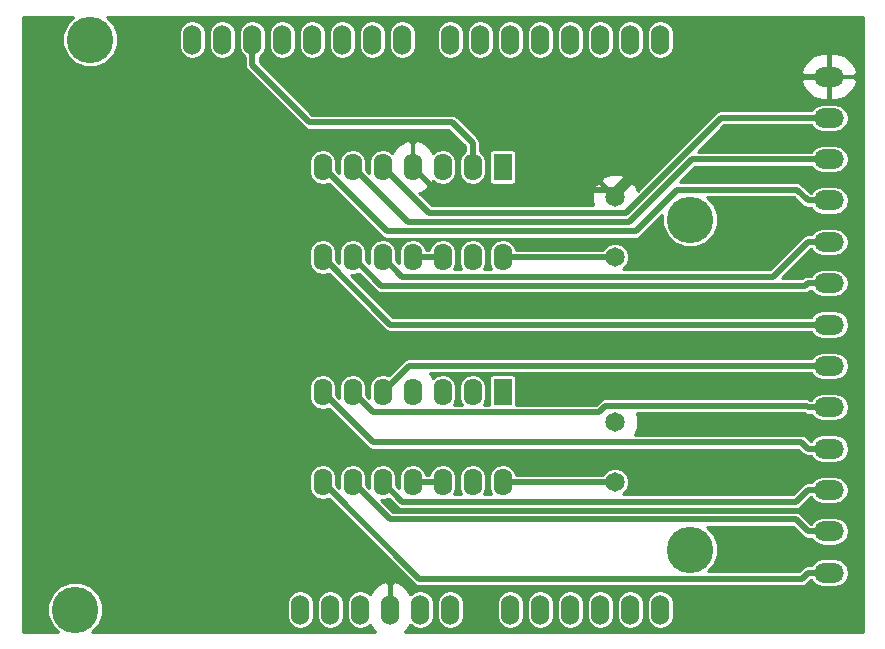
<source format=gtl>
G04 (created by PCBNEW (2013-mar-13)-testing) date Sat 24 Aug 2013 07:59:04 PM PDT*
%MOIN*%
G04 Gerber Fmt 3.4, Leading zero omitted, Abs format*
%FSLAX34Y34*%
G01*
G70*
G90*
G04 APERTURE LIST*
%ADD10C,0.005906*%
%ADD11O,0.060000X0.100000*%
%ADD12C,0.155000*%
%ADD13R,0.062000X0.090000*%
%ADD14O,0.062000X0.090000*%
%ADD15C,0.065000*%
%ADD16O,0.100000X0.065000*%
%ADD17C,0.020000*%
%ADD18C,0.010000*%
G04 APERTURE END LIST*
G54D10*
G54D11*
X31500Y-29000D03*
X30500Y-29000D03*
X29500Y-29000D03*
X26500Y-29000D03*
X27500Y-29000D03*
X28500Y-29000D03*
X24500Y-29000D03*
X23500Y-29000D03*
X22500Y-29000D03*
X20500Y-29000D03*
X19500Y-29000D03*
X31500Y-10000D03*
X30500Y-10000D03*
X29500Y-10000D03*
X28500Y-10000D03*
X27500Y-10000D03*
X26500Y-10000D03*
X25500Y-10000D03*
X24500Y-10000D03*
X22900Y-10000D03*
X21900Y-10000D03*
X20900Y-10000D03*
X19900Y-10000D03*
X18900Y-10000D03*
X17900Y-10000D03*
X16900Y-10000D03*
X15900Y-10000D03*
X21500Y-29000D03*
G54D12*
X32500Y-27000D03*
X32500Y-16000D03*
X12500Y-10000D03*
X12000Y-29000D03*
G54D13*
X26250Y-21750D03*
G54D14*
X25250Y-21750D03*
X24250Y-21750D03*
X23250Y-21750D03*
X22250Y-21750D03*
X21250Y-21750D03*
X20250Y-21750D03*
X20250Y-24750D03*
X21250Y-24750D03*
X22250Y-24750D03*
X23250Y-24750D03*
X24250Y-24750D03*
X25250Y-24750D03*
X26250Y-24750D03*
G54D13*
X26250Y-14250D03*
G54D14*
X25250Y-14250D03*
X24250Y-14250D03*
X23250Y-14250D03*
X22250Y-14250D03*
X21250Y-14250D03*
X20250Y-14250D03*
X20250Y-17250D03*
X21250Y-17250D03*
X22250Y-17250D03*
X23250Y-17250D03*
X24250Y-17250D03*
X25250Y-17250D03*
X26250Y-17250D03*
G54D15*
X30000Y-24750D03*
X30000Y-22750D03*
X30000Y-17250D03*
X30000Y-15250D03*
G54D16*
X37126Y-27769D03*
X37125Y-26392D03*
X37124Y-25011D03*
X37125Y-23634D03*
X37125Y-22256D03*
X37125Y-20880D03*
X37125Y-19501D03*
X37124Y-18123D03*
X37124Y-16745D03*
X37124Y-15365D03*
X37123Y-12611D03*
X37124Y-13989D03*
X37124Y-11233D03*
G54D17*
X26250Y-24750D02*
X30000Y-24750D01*
X26250Y-17250D02*
X30000Y-17250D01*
X24250Y-17250D02*
X23250Y-17250D01*
X24250Y-24750D02*
X23250Y-24750D01*
X23476Y-27976D02*
X20250Y-24750D01*
X36218Y-27976D02*
X23476Y-27976D01*
X36425Y-27769D02*
X36218Y-27976D01*
X37125Y-27769D02*
X36425Y-27769D01*
X22903Y-25403D02*
X22250Y-24750D01*
X36031Y-25403D02*
X22903Y-25403D01*
X36423Y-25010D02*
X36031Y-25403D01*
X37124Y-25010D02*
X36423Y-25010D01*
X37125Y-26392D02*
X36424Y-26392D01*
X36024Y-25991D02*
X36424Y-26392D01*
X22491Y-25991D02*
X36024Y-25991D01*
X21250Y-24750D02*
X22491Y-25991D01*
X21916Y-23416D02*
X20250Y-21750D01*
X36207Y-23416D02*
X21916Y-23416D01*
X36424Y-23634D02*
X36207Y-23416D01*
X37125Y-23634D02*
X36424Y-23634D01*
X23120Y-20880D02*
X22250Y-21750D01*
X37125Y-20880D02*
X23120Y-20880D01*
X21917Y-22417D02*
X21250Y-21750D01*
X29457Y-22417D02*
X21917Y-22417D01*
X29660Y-22214D02*
X29457Y-22417D01*
X36383Y-22214D02*
X29660Y-22214D01*
X36424Y-22255D02*
X36383Y-22214D01*
X37125Y-22255D02*
X36424Y-22255D01*
X22500Y-19500D02*
X20250Y-17250D01*
X37125Y-19500D02*
X22500Y-19500D01*
X37124Y-16745D02*
X36423Y-16745D01*
X22910Y-17910D02*
X22250Y-17250D01*
X35258Y-17910D02*
X22910Y-17910D01*
X36423Y-16745D02*
X35258Y-17910D01*
X22210Y-18210D02*
X21250Y-17250D01*
X36336Y-18210D02*
X22210Y-18210D01*
X36423Y-18122D02*
X36336Y-18210D01*
X37124Y-18122D02*
X36423Y-18122D01*
X22385Y-16385D02*
X20250Y-14250D01*
X30694Y-16385D02*
X22385Y-16385D01*
X32071Y-15008D02*
X30694Y-16385D01*
X36067Y-15008D02*
X32071Y-15008D01*
X36423Y-15365D02*
X36067Y-15008D01*
X37124Y-15365D02*
X36423Y-15365D01*
X23781Y-15781D02*
X22250Y-14250D01*
X30352Y-15781D02*
X23781Y-15781D01*
X33523Y-12610D02*
X30352Y-15781D01*
X37122Y-12610D02*
X33523Y-12610D01*
X32569Y-13989D02*
X37124Y-13989D01*
X30477Y-16081D02*
X32569Y-13989D01*
X23081Y-16081D02*
X30477Y-16081D01*
X21250Y-14250D02*
X23081Y-16081D01*
X17900Y-10000D02*
X17900Y-10850D01*
X25250Y-13450D02*
X25250Y-14250D01*
X24550Y-12750D02*
X25250Y-13450D01*
X19800Y-12750D02*
X24550Y-12750D01*
X17900Y-10850D02*
X19800Y-12750D01*
X30000Y-15000D02*
X30000Y-15250D01*
X33767Y-11232D02*
X30000Y-15000D01*
X37124Y-11232D02*
X33767Y-11232D01*
X24000Y-15000D02*
X23250Y-14250D01*
X30000Y-15000D02*
X24000Y-15000D01*
G54D10*
G36*
X23282Y-21775D02*
X23275Y-21775D01*
X23275Y-21782D01*
X23225Y-21782D01*
X23225Y-21775D01*
X23217Y-21775D01*
X23217Y-21725D01*
X23225Y-21725D01*
X23225Y-21717D01*
X23275Y-21717D01*
X23275Y-21725D01*
X23282Y-21725D01*
X23282Y-21775D01*
X23282Y-21775D01*
G37*
G54D18*
X23282Y-21775D02*
X23275Y-21775D01*
X23275Y-21782D01*
X23225Y-21782D01*
X23225Y-21775D01*
X23217Y-21775D01*
X23217Y-21725D01*
X23225Y-21725D01*
X23225Y-21717D01*
X23275Y-21717D01*
X23275Y-21725D01*
X23282Y-21725D01*
X23282Y-21775D01*
G54D10*
G36*
X30040Y-22755D02*
X30005Y-22790D01*
X30000Y-22785D01*
X29994Y-22790D01*
X29959Y-22755D01*
X29964Y-22750D01*
X29959Y-22744D01*
X29994Y-22709D01*
X30000Y-22714D01*
X30005Y-22709D01*
X30040Y-22744D01*
X30035Y-22750D01*
X30040Y-22755D01*
X30040Y-22755D01*
G37*
G54D18*
X30040Y-22755D02*
X30005Y-22790D01*
X30000Y-22785D01*
X29994Y-22790D01*
X29959Y-22755D01*
X29964Y-22750D01*
X29959Y-22744D01*
X29994Y-22709D01*
X30000Y-22714D01*
X30005Y-22709D01*
X30040Y-22744D01*
X30035Y-22750D01*
X30040Y-22755D01*
G54D10*
G36*
X38250Y-29750D02*
X38060Y-29750D01*
X38060Y-11378D01*
X38060Y-11087D01*
X38024Y-10959D01*
X37864Y-10702D01*
X37618Y-10526D01*
X37324Y-10458D01*
X37149Y-10458D01*
X37149Y-11208D01*
X37961Y-11208D01*
X38060Y-11087D01*
X38060Y-11378D01*
X37961Y-11258D01*
X37149Y-11258D01*
X37149Y-12008D01*
X37324Y-12008D01*
X37618Y-11939D01*
X37864Y-11763D01*
X38024Y-11506D01*
X38060Y-11378D01*
X38060Y-29750D01*
X37788Y-29750D01*
X37788Y-27769D01*
X37752Y-27587D01*
X37649Y-27433D01*
X37495Y-27330D01*
X37313Y-27294D01*
X36938Y-27294D01*
X36756Y-27330D01*
X36602Y-27433D01*
X36544Y-27519D01*
X36425Y-27519D01*
X36330Y-27538D01*
X36249Y-27592D01*
X36114Y-27726D01*
X33081Y-27726D01*
X33283Y-27524D01*
X33424Y-27184D01*
X33425Y-26816D01*
X33284Y-26476D01*
X33050Y-26241D01*
X35921Y-26241D01*
X36248Y-26568D01*
X36329Y-26622D01*
X36329Y-26622D01*
X36424Y-26642D01*
X36544Y-26642D01*
X36601Y-26727D01*
X36755Y-26830D01*
X36937Y-26867D01*
X37312Y-26867D01*
X37494Y-26830D01*
X37648Y-26727D01*
X37751Y-26573D01*
X37787Y-26392D01*
X37787Y-23634D01*
X37751Y-23452D01*
X37648Y-23298D01*
X37494Y-23195D01*
X37312Y-23159D01*
X36937Y-23159D01*
X36755Y-23195D01*
X36601Y-23298D01*
X36543Y-23384D01*
X36528Y-23384D01*
X36384Y-23239D01*
X36302Y-23185D01*
X36207Y-23166D01*
X30665Y-23166D01*
X30773Y-22910D01*
X30776Y-22601D01*
X30720Y-22464D01*
X36295Y-22464D01*
X36329Y-22486D01*
X36424Y-22505D01*
X36424Y-22505D01*
X36424Y-22505D01*
X36543Y-22505D01*
X36601Y-22591D01*
X36755Y-22694D01*
X36937Y-22731D01*
X37312Y-22731D01*
X37494Y-22694D01*
X37648Y-22591D01*
X37751Y-22437D01*
X37787Y-22256D01*
X37751Y-22074D01*
X37648Y-21920D01*
X37494Y-21817D01*
X37312Y-21781D01*
X36937Y-21781D01*
X36755Y-21817D01*
X36601Y-21920D01*
X36544Y-22005D01*
X36512Y-22005D01*
X36479Y-21983D01*
X36383Y-21964D01*
X29660Y-21964D01*
X29564Y-21983D01*
X29483Y-22037D01*
X29354Y-22167D01*
X26710Y-22167D01*
X26710Y-21270D01*
X26687Y-21215D01*
X26644Y-21172D01*
X26589Y-21150D01*
X26530Y-21150D01*
X25910Y-21150D01*
X25855Y-21172D01*
X25812Y-21215D01*
X25790Y-21270D01*
X25790Y-21329D01*
X25790Y-22167D01*
X25615Y-22167D01*
X25674Y-22077D01*
X25710Y-21901D01*
X25710Y-21598D01*
X25674Y-21422D01*
X25575Y-21272D01*
X25426Y-21173D01*
X25250Y-21138D01*
X25073Y-21173D01*
X24924Y-21272D01*
X24825Y-21422D01*
X24790Y-21598D01*
X24790Y-21901D01*
X24825Y-22077D01*
X24884Y-22167D01*
X24615Y-22167D01*
X24674Y-22077D01*
X24710Y-21901D01*
X24710Y-21598D01*
X24674Y-21422D01*
X24575Y-21272D01*
X24426Y-21173D01*
X24250Y-21138D01*
X24073Y-21173D01*
X23925Y-21272D01*
X23823Y-21130D01*
X36544Y-21130D01*
X36601Y-21215D01*
X36755Y-21318D01*
X36937Y-21355D01*
X37312Y-21355D01*
X37494Y-21318D01*
X37648Y-21215D01*
X37751Y-21061D01*
X37787Y-20880D01*
X37787Y-19501D01*
X37751Y-19319D01*
X37648Y-19165D01*
X37494Y-19062D01*
X37312Y-19026D01*
X36937Y-19026D01*
X36755Y-19062D01*
X36601Y-19165D01*
X36544Y-19250D01*
X22604Y-19250D01*
X21206Y-17853D01*
X21250Y-17861D01*
X21426Y-17826D01*
X21454Y-17807D01*
X22033Y-18387D01*
X22114Y-18441D01*
X22210Y-18460D01*
X36336Y-18460D01*
X36432Y-18441D01*
X36513Y-18387D01*
X36527Y-18372D01*
X36543Y-18372D01*
X36600Y-18458D01*
X36754Y-18561D01*
X36936Y-18598D01*
X37311Y-18598D01*
X37493Y-18561D01*
X37647Y-18458D01*
X37750Y-18304D01*
X37786Y-18123D01*
X37750Y-17941D01*
X37647Y-17787D01*
X37493Y-17684D01*
X37311Y-17648D01*
X36936Y-17648D01*
X36754Y-17684D01*
X36600Y-17787D01*
X36543Y-17872D01*
X36423Y-17872D01*
X36423Y-17872D01*
X36328Y-17892D01*
X36247Y-17946D01*
X36232Y-17960D01*
X35561Y-17960D01*
X36527Y-16995D01*
X36543Y-16995D01*
X36600Y-17080D01*
X36754Y-17183D01*
X36936Y-17220D01*
X37311Y-17220D01*
X37493Y-17183D01*
X37647Y-17080D01*
X37750Y-16926D01*
X37786Y-16745D01*
X37786Y-15365D01*
X37750Y-15183D01*
X37647Y-15029D01*
X37493Y-14926D01*
X37311Y-14890D01*
X36936Y-14890D01*
X36754Y-14926D01*
X36600Y-15029D01*
X36543Y-15115D01*
X36527Y-15115D01*
X36244Y-14832D01*
X36163Y-14777D01*
X36067Y-14758D01*
X32153Y-14758D01*
X32673Y-14239D01*
X36543Y-14239D01*
X36600Y-14324D01*
X36754Y-14427D01*
X36936Y-14464D01*
X37311Y-14464D01*
X37493Y-14427D01*
X37647Y-14324D01*
X37750Y-14170D01*
X37786Y-13989D01*
X37750Y-13807D01*
X37647Y-13653D01*
X37493Y-13550D01*
X37311Y-13514D01*
X36936Y-13514D01*
X36754Y-13550D01*
X36600Y-13653D01*
X36542Y-13739D01*
X32748Y-13739D01*
X33626Y-12860D01*
X36541Y-12860D01*
X36599Y-12946D01*
X36753Y-13049D01*
X36935Y-13086D01*
X37310Y-13086D01*
X37492Y-13049D01*
X37646Y-12946D01*
X37749Y-12792D01*
X37785Y-12611D01*
X37749Y-12429D01*
X37646Y-12275D01*
X37492Y-12172D01*
X37310Y-12136D01*
X37099Y-12136D01*
X37099Y-12008D01*
X37099Y-11258D01*
X37099Y-11208D01*
X37099Y-10458D01*
X36924Y-10458D01*
X36629Y-10526D01*
X36383Y-10702D01*
X36223Y-10959D01*
X36187Y-11087D01*
X36286Y-11208D01*
X37099Y-11208D01*
X37099Y-11258D01*
X36286Y-11258D01*
X36187Y-11378D01*
X36223Y-11506D01*
X36383Y-11763D01*
X36629Y-11939D01*
X36924Y-12008D01*
X37099Y-12008D01*
X37099Y-12136D01*
X36935Y-12136D01*
X36753Y-12172D01*
X36599Y-12275D01*
X36542Y-12360D01*
X33523Y-12360D01*
X33427Y-12380D01*
X33346Y-12434D01*
X31950Y-13830D01*
X31950Y-10212D01*
X31950Y-9787D01*
X31915Y-9615D01*
X31818Y-9469D01*
X31672Y-9371D01*
X31500Y-9337D01*
X31327Y-9371D01*
X31181Y-9469D01*
X31084Y-9615D01*
X31050Y-9787D01*
X31050Y-10212D01*
X31084Y-10384D01*
X31181Y-10530D01*
X31327Y-10628D01*
X31500Y-10662D01*
X31672Y-10628D01*
X31818Y-10530D01*
X31915Y-10384D01*
X31950Y-10212D01*
X31950Y-13830D01*
X30950Y-14830D01*
X30950Y-10212D01*
X30950Y-9787D01*
X30915Y-9615D01*
X30818Y-9469D01*
X30672Y-9371D01*
X30500Y-9337D01*
X30327Y-9371D01*
X30181Y-9469D01*
X30084Y-9615D01*
X30050Y-9787D01*
X30050Y-10212D01*
X30084Y-10384D01*
X30181Y-10530D01*
X30327Y-10628D01*
X30500Y-10662D01*
X30672Y-10628D01*
X30818Y-10530D01*
X30915Y-10384D01*
X30950Y-10212D01*
X30950Y-14830D01*
X30748Y-15032D01*
X30660Y-14816D01*
X30653Y-14806D01*
X30496Y-14788D01*
X30461Y-14824D01*
X30461Y-14753D01*
X30444Y-14596D01*
X30160Y-14476D01*
X29950Y-14474D01*
X29950Y-10212D01*
X29950Y-9787D01*
X29915Y-9615D01*
X29818Y-9469D01*
X29672Y-9371D01*
X29500Y-9337D01*
X29327Y-9371D01*
X29181Y-9469D01*
X29084Y-9615D01*
X29050Y-9787D01*
X29050Y-10212D01*
X29084Y-10384D01*
X29181Y-10530D01*
X29327Y-10628D01*
X29500Y-10662D01*
X29672Y-10628D01*
X29818Y-10530D01*
X29915Y-10384D01*
X29950Y-10212D01*
X29950Y-14474D01*
X29851Y-14473D01*
X29566Y-14589D01*
X29556Y-14596D01*
X29538Y-14753D01*
X30000Y-15214D01*
X30461Y-14753D01*
X30461Y-14824D01*
X30035Y-15250D01*
X30040Y-15255D01*
X30005Y-15290D01*
X30000Y-15285D01*
X29994Y-15290D01*
X29959Y-15255D01*
X29964Y-15250D01*
X29503Y-14788D01*
X29346Y-14806D01*
X29226Y-15089D01*
X29223Y-15398D01*
X29277Y-15531D01*
X28950Y-15531D01*
X28950Y-10212D01*
X28950Y-9787D01*
X28915Y-9615D01*
X28818Y-9469D01*
X28672Y-9371D01*
X28500Y-9337D01*
X28327Y-9371D01*
X28181Y-9469D01*
X28084Y-9615D01*
X28050Y-9787D01*
X28050Y-10212D01*
X28084Y-10384D01*
X28181Y-10530D01*
X28327Y-10628D01*
X28500Y-10662D01*
X28672Y-10628D01*
X28818Y-10530D01*
X28915Y-10384D01*
X28950Y-10212D01*
X28950Y-15531D01*
X27950Y-15531D01*
X27950Y-10212D01*
X27950Y-9787D01*
X27915Y-9615D01*
X27818Y-9469D01*
X27672Y-9371D01*
X27500Y-9337D01*
X27327Y-9371D01*
X27181Y-9469D01*
X27084Y-9615D01*
X27050Y-9787D01*
X27050Y-10212D01*
X27084Y-10384D01*
X27181Y-10530D01*
X27327Y-10628D01*
X27500Y-10662D01*
X27672Y-10628D01*
X27818Y-10530D01*
X27915Y-10384D01*
X27950Y-10212D01*
X27950Y-15531D01*
X26950Y-15531D01*
X26950Y-10212D01*
X26950Y-9787D01*
X26915Y-9615D01*
X26818Y-9469D01*
X26672Y-9371D01*
X26500Y-9337D01*
X26327Y-9371D01*
X26181Y-9469D01*
X26084Y-9615D01*
X26050Y-9787D01*
X26050Y-10212D01*
X26084Y-10384D01*
X26181Y-10530D01*
X26327Y-10628D01*
X26500Y-10662D01*
X26672Y-10628D01*
X26818Y-10530D01*
X26915Y-10384D01*
X26950Y-10212D01*
X26950Y-15531D01*
X26710Y-15531D01*
X26710Y-14729D01*
X26710Y-14670D01*
X26710Y-13770D01*
X26687Y-13715D01*
X26644Y-13672D01*
X26589Y-13650D01*
X26530Y-13650D01*
X25950Y-13650D01*
X25950Y-10212D01*
X25950Y-9787D01*
X25915Y-9615D01*
X25818Y-9469D01*
X25672Y-9371D01*
X25500Y-9337D01*
X25327Y-9371D01*
X25181Y-9469D01*
X25084Y-9615D01*
X25050Y-9787D01*
X25050Y-10212D01*
X25084Y-10384D01*
X25181Y-10530D01*
X25327Y-10628D01*
X25500Y-10662D01*
X25672Y-10628D01*
X25818Y-10530D01*
X25915Y-10384D01*
X25950Y-10212D01*
X25950Y-13650D01*
X25910Y-13650D01*
X25855Y-13672D01*
X25812Y-13715D01*
X25790Y-13770D01*
X25790Y-13829D01*
X25790Y-14729D01*
X25812Y-14784D01*
X25855Y-14827D01*
X25910Y-14850D01*
X25969Y-14850D01*
X26589Y-14850D01*
X26644Y-14827D01*
X26687Y-14784D01*
X26710Y-14729D01*
X26710Y-15531D01*
X25710Y-15531D01*
X25710Y-14401D01*
X25710Y-14098D01*
X25674Y-13922D01*
X25575Y-13772D01*
X25500Y-13722D01*
X25500Y-13450D01*
X25480Y-13354D01*
X25426Y-13273D01*
X24950Y-12796D01*
X24950Y-10212D01*
X24950Y-9787D01*
X24915Y-9615D01*
X24818Y-9469D01*
X24672Y-9371D01*
X24500Y-9337D01*
X24327Y-9371D01*
X24181Y-9469D01*
X24084Y-9615D01*
X24050Y-9787D01*
X24050Y-10212D01*
X24084Y-10384D01*
X24181Y-10530D01*
X24327Y-10628D01*
X24500Y-10662D01*
X24672Y-10628D01*
X24818Y-10530D01*
X24915Y-10384D01*
X24950Y-10212D01*
X24950Y-12796D01*
X24726Y-12573D01*
X24645Y-12519D01*
X24550Y-12500D01*
X23350Y-12500D01*
X23350Y-10212D01*
X23350Y-9787D01*
X23315Y-9615D01*
X23218Y-9469D01*
X23072Y-9371D01*
X22900Y-9337D01*
X22727Y-9371D01*
X22581Y-9469D01*
X22484Y-9615D01*
X22450Y-9787D01*
X22450Y-10212D01*
X22484Y-10384D01*
X22581Y-10530D01*
X22727Y-10628D01*
X22900Y-10662D01*
X23072Y-10628D01*
X23218Y-10530D01*
X23315Y-10384D01*
X23350Y-10212D01*
X23350Y-12500D01*
X22350Y-12500D01*
X22350Y-10212D01*
X22350Y-9787D01*
X22315Y-9615D01*
X22218Y-9469D01*
X22072Y-9371D01*
X21900Y-9337D01*
X21727Y-9371D01*
X21581Y-9469D01*
X21484Y-9615D01*
X21450Y-9787D01*
X21450Y-10212D01*
X21484Y-10384D01*
X21581Y-10530D01*
X21727Y-10628D01*
X21900Y-10662D01*
X22072Y-10628D01*
X22218Y-10530D01*
X22315Y-10384D01*
X22350Y-10212D01*
X22350Y-12500D01*
X21350Y-12500D01*
X21350Y-10212D01*
X21350Y-9787D01*
X21315Y-9615D01*
X21218Y-9469D01*
X21072Y-9371D01*
X20900Y-9337D01*
X20727Y-9371D01*
X20581Y-9469D01*
X20484Y-9615D01*
X20450Y-9787D01*
X20450Y-10212D01*
X20484Y-10384D01*
X20581Y-10530D01*
X20727Y-10628D01*
X20900Y-10662D01*
X21072Y-10628D01*
X21218Y-10530D01*
X21315Y-10384D01*
X21350Y-10212D01*
X21350Y-12500D01*
X20350Y-12500D01*
X20350Y-10212D01*
X20350Y-9787D01*
X20315Y-9615D01*
X20218Y-9469D01*
X20072Y-9371D01*
X19900Y-9337D01*
X19727Y-9371D01*
X19581Y-9469D01*
X19484Y-9615D01*
X19450Y-9787D01*
X19450Y-10212D01*
X19484Y-10384D01*
X19581Y-10530D01*
X19727Y-10628D01*
X19900Y-10662D01*
X20072Y-10628D01*
X20218Y-10530D01*
X20315Y-10384D01*
X20350Y-10212D01*
X20350Y-12500D01*
X19903Y-12500D01*
X19350Y-11946D01*
X19350Y-10212D01*
X19350Y-9787D01*
X19315Y-9615D01*
X19218Y-9469D01*
X19072Y-9371D01*
X18900Y-9337D01*
X18727Y-9371D01*
X18581Y-9469D01*
X18484Y-9615D01*
X18450Y-9787D01*
X18450Y-10212D01*
X18484Y-10384D01*
X18581Y-10530D01*
X18727Y-10628D01*
X18900Y-10662D01*
X19072Y-10628D01*
X19218Y-10530D01*
X19315Y-10384D01*
X19350Y-10212D01*
X19350Y-11946D01*
X18150Y-10746D01*
X18150Y-10576D01*
X18218Y-10530D01*
X18315Y-10384D01*
X18350Y-10212D01*
X18350Y-9787D01*
X18315Y-9615D01*
X18218Y-9469D01*
X18072Y-9371D01*
X17900Y-9337D01*
X17727Y-9371D01*
X17581Y-9469D01*
X17484Y-9615D01*
X17450Y-9787D01*
X17450Y-10212D01*
X17484Y-10384D01*
X17581Y-10530D01*
X17650Y-10576D01*
X17650Y-10850D01*
X17669Y-10945D01*
X17723Y-11026D01*
X19623Y-12926D01*
X19704Y-12980D01*
X19800Y-13000D01*
X19800Y-13000D01*
X19800Y-13000D01*
X24446Y-13000D01*
X25000Y-13553D01*
X25000Y-13722D01*
X24924Y-13772D01*
X24825Y-13922D01*
X24790Y-14098D01*
X24790Y-14401D01*
X24825Y-14577D01*
X24924Y-14727D01*
X25073Y-14826D01*
X25250Y-14861D01*
X25426Y-14826D01*
X25575Y-14727D01*
X25674Y-14577D01*
X25710Y-14401D01*
X25710Y-15531D01*
X23884Y-15531D01*
X23468Y-15115D01*
X23517Y-15101D01*
X23769Y-14945D01*
X23925Y-14727D01*
X24073Y-14826D01*
X24250Y-14861D01*
X24426Y-14826D01*
X24575Y-14727D01*
X24674Y-14577D01*
X24710Y-14401D01*
X24710Y-14098D01*
X24674Y-13922D01*
X24575Y-13772D01*
X24426Y-13673D01*
X24250Y-13638D01*
X24073Y-13673D01*
X23925Y-13772D01*
X23769Y-13554D01*
X23517Y-13398D01*
X23393Y-13363D01*
X23275Y-13462D01*
X23275Y-14225D01*
X23282Y-14225D01*
X23282Y-14275D01*
X23275Y-14275D01*
X23275Y-14282D01*
X23225Y-14282D01*
X23225Y-14275D01*
X23217Y-14275D01*
X23217Y-14225D01*
X23225Y-14225D01*
X23225Y-13462D01*
X23106Y-13363D01*
X22982Y-13398D01*
X22730Y-13554D01*
X22574Y-13772D01*
X22426Y-13673D01*
X22250Y-13638D01*
X22073Y-13673D01*
X21924Y-13772D01*
X21825Y-13922D01*
X21790Y-14098D01*
X21790Y-14401D01*
X21798Y-14445D01*
X21710Y-14356D01*
X21710Y-14098D01*
X21674Y-13922D01*
X21575Y-13772D01*
X21426Y-13673D01*
X21250Y-13638D01*
X21073Y-13673D01*
X20924Y-13772D01*
X20825Y-13922D01*
X20790Y-14098D01*
X20790Y-14401D01*
X20798Y-14445D01*
X20710Y-14356D01*
X20710Y-14098D01*
X20674Y-13922D01*
X20575Y-13772D01*
X20426Y-13673D01*
X20250Y-13638D01*
X20073Y-13673D01*
X19924Y-13772D01*
X19825Y-13922D01*
X19790Y-14098D01*
X19790Y-14401D01*
X19825Y-14577D01*
X19924Y-14727D01*
X20073Y-14826D01*
X20250Y-14861D01*
X20426Y-14826D01*
X20454Y-14807D01*
X22208Y-16561D01*
X22289Y-16616D01*
X22385Y-16635D01*
X30694Y-16635D01*
X30790Y-16616D01*
X30871Y-16561D01*
X31575Y-15858D01*
X31574Y-16183D01*
X31715Y-16523D01*
X31975Y-16783D01*
X32315Y-16924D01*
X32683Y-16925D01*
X33023Y-16784D01*
X33283Y-16524D01*
X33424Y-16184D01*
X33425Y-15816D01*
X33284Y-15476D01*
X33067Y-15258D01*
X35964Y-15258D01*
X36247Y-15541D01*
X36328Y-15595D01*
X36328Y-15595D01*
X36423Y-15615D01*
X36543Y-15615D01*
X36600Y-15700D01*
X36754Y-15803D01*
X36936Y-15840D01*
X37311Y-15840D01*
X37493Y-15803D01*
X37647Y-15700D01*
X37750Y-15546D01*
X37786Y-15365D01*
X37786Y-16745D01*
X37750Y-16563D01*
X37647Y-16409D01*
X37493Y-16306D01*
X37311Y-16270D01*
X36936Y-16270D01*
X36754Y-16306D01*
X36600Y-16409D01*
X36543Y-16495D01*
X36423Y-16495D01*
X36328Y-16514D01*
X36247Y-16568D01*
X35155Y-17660D01*
X30251Y-17660D01*
X30268Y-17652D01*
X30402Y-17519D01*
X30474Y-17344D01*
X30475Y-17155D01*
X30402Y-16981D01*
X30269Y-16847D01*
X30094Y-16775D01*
X29905Y-16774D01*
X29731Y-16847D01*
X29597Y-16980D01*
X29589Y-17000D01*
X26690Y-17000D01*
X26674Y-16922D01*
X26575Y-16772D01*
X26426Y-16673D01*
X26250Y-16638D01*
X26073Y-16673D01*
X25924Y-16772D01*
X25825Y-16922D01*
X25790Y-17098D01*
X25790Y-17401D01*
X25825Y-17577D01*
X25879Y-17660D01*
X25620Y-17660D01*
X25674Y-17577D01*
X25710Y-17401D01*
X25710Y-17098D01*
X25674Y-16922D01*
X25575Y-16772D01*
X25426Y-16673D01*
X25250Y-16638D01*
X25073Y-16673D01*
X24924Y-16772D01*
X24825Y-16922D01*
X24790Y-17098D01*
X24790Y-17401D01*
X24825Y-17577D01*
X24879Y-17660D01*
X24620Y-17660D01*
X24674Y-17577D01*
X24710Y-17401D01*
X24710Y-17098D01*
X24674Y-16922D01*
X24575Y-16772D01*
X24426Y-16673D01*
X24250Y-16638D01*
X24073Y-16673D01*
X23924Y-16772D01*
X23825Y-16922D01*
X23809Y-17000D01*
X23690Y-17000D01*
X23674Y-16922D01*
X23575Y-16772D01*
X23426Y-16673D01*
X23250Y-16638D01*
X23073Y-16673D01*
X22924Y-16772D01*
X22825Y-16922D01*
X22790Y-17098D01*
X22790Y-17401D01*
X22798Y-17445D01*
X22710Y-17356D01*
X22710Y-17098D01*
X22674Y-16922D01*
X22575Y-16772D01*
X22426Y-16673D01*
X22250Y-16638D01*
X22073Y-16673D01*
X21924Y-16772D01*
X21825Y-16922D01*
X21790Y-17098D01*
X21790Y-17401D01*
X21798Y-17445D01*
X21710Y-17356D01*
X21710Y-17098D01*
X21674Y-16922D01*
X21575Y-16772D01*
X21426Y-16673D01*
X21250Y-16638D01*
X21073Y-16673D01*
X20924Y-16772D01*
X20825Y-16922D01*
X20790Y-17098D01*
X20790Y-17401D01*
X20798Y-17445D01*
X20710Y-17356D01*
X20710Y-17098D01*
X20674Y-16922D01*
X20575Y-16772D01*
X20426Y-16673D01*
X20250Y-16638D01*
X20073Y-16673D01*
X19924Y-16772D01*
X19825Y-16922D01*
X19790Y-17098D01*
X19790Y-17401D01*
X19825Y-17577D01*
X19924Y-17727D01*
X20073Y-17826D01*
X20250Y-17861D01*
X20426Y-17826D01*
X20454Y-17807D01*
X22324Y-19677D01*
X22405Y-19731D01*
X22500Y-19750D01*
X36543Y-19750D01*
X36601Y-19836D01*
X36755Y-19939D01*
X36937Y-19976D01*
X37312Y-19976D01*
X37494Y-19939D01*
X37648Y-19836D01*
X37751Y-19682D01*
X37787Y-19501D01*
X37787Y-20880D01*
X37751Y-20698D01*
X37648Y-20544D01*
X37494Y-20441D01*
X37312Y-20405D01*
X36937Y-20405D01*
X36755Y-20441D01*
X36601Y-20544D01*
X36544Y-20630D01*
X23120Y-20630D01*
X23024Y-20649D01*
X22943Y-20703D01*
X22454Y-21192D01*
X22426Y-21173D01*
X22250Y-21138D01*
X22073Y-21173D01*
X21924Y-21272D01*
X21825Y-21422D01*
X21790Y-21598D01*
X21790Y-21901D01*
X21798Y-21945D01*
X21710Y-21856D01*
X21710Y-21598D01*
X21674Y-21422D01*
X21575Y-21272D01*
X21426Y-21173D01*
X21250Y-21138D01*
X21073Y-21173D01*
X20924Y-21272D01*
X20825Y-21422D01*
X20790Y-21598D01*
X20790Y-21901D01*
X20798Y-21945D01*
X20710Y-21856D01*
X20710Y-21598D01*
X20674Y-21422D01*
X20575Y-21272D01*
X20426Y-21173D01*
X20250Y-21138D01*
X20073Y-21173D01*
X19924Y-21272D01*
X19825Y-21422D01*
X19790Y-21598D01*
X19790Y-21901D01*
X19825Y-22077D01*
X19924Y-22227D01*
X20073Y-22326D01*
X20250Y-22361D01*
X20426Y-22326D01*
X20454Y-22307D01*
X21739Y-23593D01*
X21820Y-23647D01*
X21916Y-23666D01*
X36103Y-23666D01*
X36248Y-23810D01*
X36329Y-23864D01*
X36424Y-23884D01*
X36544Y-23884D01*
X36601Y-23969D01*
X36755Y-24072D01*
X36937Y-24109D01*
X37312Y-24109D01*
X37494Y-24072D01*
X37648Y-23969D01*
X37751Y-23815D01*
X37787Y-23634D01*
X37787Y-26392D01*
X37751Y-26210D01*
X37648Y-26056D01*
X37494Y-25953D01*
X37312Y-25917D01*
X36937Y-25917D01*
X36755Y-25953D01*
X36601Y-26056D01*
X36544Y-26142D01*
X36528Y-26142D01*
X36201Y-25815D01*
X36120Y-25760D01*
X36024Y-25741D01*
X22595Y-25741D01*
X22206Y-25353D01*
X22250Y-25361D01*
X22426Y-25326D01*
X22454Y-25307D01*
X22726Y-25579D01*
X22807Y-25634D01*
X22903Y-25653D01*
X36031Y-25653D01*
X36127Y-25634D01*
X36208Y-25579D01*
X36527Y-25260D01*
X36542Y-25260D01*
X36600Y-25346D01*
X36754Y-25449D01*
X36936Y-25486D01*
X37311Y-25486D01*
X37493Y-25449D01*
X37647Y-25346D01*
X37750Y-25192D01*
X37786Y-25011D01*
X37750Y-24829D01*
X37647Y-24675D01*
X37493Y-24572D01*
X37311Y-24536D01*
X36936Y-24536D01*
X36754Y-24572D01*
X36600Y-24675D01*
X36543Y-24760D01*
X36423Y-24760D01*
X36328Y-24780D01*
X36247Y-24834D01*
X35928Y-25153D01*
X30268Y-25153D01*
X30268Y-25152D01*
X30402Y-25019D01*
X30474Y-24844D01*
X30475Y-24655D01*
X30402Y-24481D01*
X30269Y-24347D01*
X30094Y-24275D01*
X29905Y-24274D01*
X29731Y-24347D01*
X29597Y-24480D01*
X29589Y-24500D01*
X26690Y-24500D01*
X26674Y-24422D01*
X26575Y-24272D01*
X26426Y-24173D01*
X26250Y-24138D01*
X26073Y-24173D01*
X25924Y-24272D01*
X25825Y-24422D01*
X25790Y-24598D01*
X25790Y-24901D01*
X25825Y-25077D01*
X25875Y-25153D01*
X25624Y-25153D01*
X25674Y-25077D01*
X25710Y-24901D01*
X25710Y-24598D01*
X25674Y-24422D01*
X25575Y-24272D01*
X25426Y-24173D01*
X25250Y-24138D01*
X25073Y-24173D01*
X24924Y-24272D01*
X24825Y-24422D01*
X24790Y-24598D01*
X24790Y-24901D01*
X24825Y-25077D01*
X24875Y-25153D01*
X24624Y-25153D01*
X24674Y-25077D01*
X24710Y-24901D01*
X24710Y-24598D01*
X24674Y-24422D01*
X24575Y-24272D01*
X24426Y-24173D01*
X24250Y-24138D01*
X24073Y-24173D01*
X23924Y-24272D01*
X23825Y-24422D01*
X23809Y-24500D01*
X23690Y-24500D01*
X23674Y-24422D01*
X23575Y-24272D01*
X23426Y-24173D01*
X23250Y-24138D01*
X23073Y-24173D01*
X22924Y-24272D01*
X22825Y-24422D01*
X22790Y-24598D01*
X22790Y-24901D01*
X22798Y-24945D01*
X22710Y-24856D01*
X22710Y-24598D01*
X22674Y-24422D01*
X22575Y-24272D01*
X22426Y-24173D01*
X22250Y-24138D01*
X22073Y-24173D01*
X21924Y-24272D01*
X21825Y-24422D01*
X21790Y-24598D01*
X21790Y-24901D01*
X21798Y-24945D01*
X21710Y-24856D01*
X21710Y-24598D01*
X21674Y-24422D01*
X21575Y-24272D01*
X21426Y-24173D01*
X21250Y-24138D01*
X21073Y-24173D01*
X20924Y-24272D01*
X20825Y-24422D01*
X20790Y-24598D01*
X20790Y-24901D01*
X20798Y-24945D01*
X20710Y-24856D01*
X20710Y-24598D01*
X20674Y-24422D01*
X20575Y-24272D01*
X20426Y-24173D01*
X20250Y-24138D01*
X20073Y-24173D01*
X19924Y-24272D01*
X19825Y-24422D01*
X19790Y-24598D01*
X19790Y-24901D01*
X19825Y-25077D01*
X19924Y-25227D01*
X20073Y-25326D01*
X20250Y-25361D01*
X20426Y-25326D01*
X20454Y-25307D01*
X23299Y-28153D01*
X23380Y-28207D01*
X23476Y-28226D01*
X36218Y-28226D01*
X36314Y-28207D01*
X36395Y-28153D01*
X36529Y-28019D01*
X36545Y-28019D01*
X36602Y-28104D01*
X36756Y-28207D01*
X36938Y-28244D01*
X37313Y-28244D01*
X37495Y-28207D01*
X37649Y-28104D01*
X37752Y-27950D01*
X37788Y-27769D01*
X37788Y-29750D01*
X31950Y-29750D01*
X31950Y-29212D01*
X31950Y-28787D01*
X31915Y-28615D01*
X31818Y-28469D01*
X31672Y-28371D01*
X31500Y-28337D01*
X31327Y-28371D01*
X31181Y-28469D01*
X31084Y-28615D01*
X31050Y-28787D01*
X31050Y-29212D01*
X31084Y-29384D01*
X31181Y-29530D01*
X31327Y-29628D01*
X31500Y-29662D01*
X31672Y-29628D01*
X31818Y-29530D01*
X31915Y-29384D01*
X31950Y-29212D01*
X31950Y-29750D01*
X30950Y-29750D01*
X30950Y-29212D01*
X30950Y-28787D01*
X30915Y-28615D01*
X30818Y-28469D01*
X30672Y-28371D01*
X30500Y-28337D01*
X30327Y-28371D01*
X30181Y-28469D01*
X30084Y-28615D01*
X30050Y-28787D01*
X30050Y-29212D01*
X30084Y-29384D01*
X30181Y-29530D01*
X30327Y-29628D01*
X30500Y-29662D01*
X30672Y-29628D01*
X30818Y-29530D01*
X30915Y-29384D01*
X30950Y-29212D01*
X30950Y-29750D01*
X29950Y-29750D01*
X29950Y-29212D01*
X29950Y-28787D01*
X29915Y-28615D01*
X29818Y-28469D01*
X29672Y-28371D01*
X29500Y-28337D01*
X29327Y-28371D01*
X29181Y-28469D01*
X29084Y-28615D01*
X29050Y-28787D01*
X29050Y-29212D01*
X29084Y-29384D01*
X29181Y-29530D01*
X29327Y-29628D01*
X29500Y-29662D01*
X29672Y-29628D01*
X29818Y-29530D01*
X29915Y-29384D01*
X29950Y-29212D01*
X29950Y-29750D01*
X28950Y-29750D01*
X28950Y-29212D01*
X28950Y-28787D01*
X28915Y-28615D01*
X28818Y-28469D01*
X28672Y-28371D01*
X28500Y-28337D01*
X28327Y-28371D01*
X28181Y-28469D01*
X28084Y-28615D01*
X28050Y-28787D01*
X28050Y-29212D01*
X28084Y-29384D01*
X28181Y-29530D01*
X28327Y-29628D01*
X28500Y-29662D01*
X28672Y-29628D01*
X28818Y-29530D01*
X28915Y-29384D01*
X28950Y-29212D01*
X28950Y-29750D01*
X27950Y-29750D01*
X27950Y-29212D01*
X27950Y-28787D01*
X27915Y-28615D01*
X27818Y-28469D01*
X27672Y-28371D01*
X27500Y-28337D01*
X27327Y-28371D01*
X27181Y-28469D01*
X27084Y-28615D01*
X27050Y-28787D01*
X27050Y-29212D01*
X27084Y-29384D01*
X27181Y-29530D01*
X27327Y-29628D01*
X27500Y-29662D01*
X27672Y-29628D01*
X27818Y-29530D01*
X27915Y-29384D01*
X27950Y-29212D01*
X27950Y-29750D01*
X26950Y-29750D01*
X26950Y-29212D01*
X26950Y-28787D01*
X26915Y-28615D01*
X26818Y-28469D01*
X26672Y-28371D01*
X26500Y-28337D01*
X26327Y-28371D01*
X26181Y-28469D01*
X26084Y-28615D01*
X26050Y-28787D01*
X26050Y-29212D01*
X26084Y-29384D01*
X26181Y-29530D01*
X26327Y-29628D01*
X26500Y-29662D01*
X26672Y-29628D01*
X26818Y-29530D01*
X26915Y-29384D01*
X26950Y-29212D01*
X26950Y-29750D01*
X24950Y-29750D01*
X24950Y-29212D01*
X24950Y-28787D01*
X24915Y-28615D01*
X24818Y-28469D01*
X24672Y-28371D01*
X24500Y-28337D01*
X24327Y-28371D01*
X24181Y-28469D01*
X24084Y-28615D01*
X24050Y-28787D01*
X24050Y-29212D01*
X24084Y-29384D01*
X24181Y-29530D01*
X24327Y-29628D01*
X24500Y-29662D01*
X24672Y-29628D01*
X24818Y-29530D01*
X24915Y-29384D01*
X24950Y-29212D01*
X24950Y-29750D01*
X23009Y-29750D01*
X23012Y-29748D01*
X23175Y-29521D01*
X23181Y-29530D01*
X23327Y-29628D01*
X23500Y-29662D01*
X23672Y-29628D01*
X23818Y-29530D01*
X23915Y-29384D01*
X23950Y-29212D01*
X23950Y-28787D01*
X23915Y-28615D01*
X23818Y-28469D01*
X23672Y-28371D01*
X23500Y-28337D01*
X23327Y-28371D01*
X23181Y-28469D01*
X23175Y-28478D01*
X23012Y-28251D01*
X22763Y-28097D01*
X22641Y-28063D01*
X22525Y-28162D01*
X22525Y-28975D01*
X22532Y-28975D01*
X22532Y-29025D01*
X22525Y-29025D01*
X22525Y-29032D01*
X22475Y-29032D01*
X22475Y-29025D01*
X22467Y-29025D01*
X22467Y-28975D01*
X22475Y-28975D01*
X22475Y-28162D01*
X22358Y-28063D01*
X22236Y-28097D01*
X21987Y-28251D01*
X21824Y-28478D01*
X21818Y-28469D01*
X21672Y-28371D01*
X21500Y-28337D01*
X21327Y-28371D01*
X21181Y-28469D01*
X21084Y-28615D01*
X21050Y-28787D01*
X21050Y-29212D01*
X21084Y-29384D01*
X21181Y-29530D01*
X21327Y-29628D01*
X21500Y-29662D01*
X21672Y-29628D01*
X21818Y-29530D01*
X21824Y-29521D01*
X21987Y-29748D01*
X21990Y-29750D01*
X20950Y-29750D01*
X20950Y-29212D01*
X20950Y-28787D01*
X20915Y-28615D01*
X20818Y-28469D01*
X20672Y-28371D01*
X20500Y-28337D01*
X20327Y-28371D01*
X20181Y-28469D01*
X20084Y-28615D01*
X20050Y-28787D01*
X20050Y-29212D01*
X20084Y-29384D01*
X20181Y-29530D01*
X20327Y-29628D01*
X20500Y-29662D01*
X20672Y-29628D01*
X20818Y-29530D01*
X20915Y-29384D01*
X20950Y-29212D01*
X20950Y-29750D01*
X19950Y-29750D01*
X19950Y-29212D01*
X19950Y-28787D01*
X19915Y-28615D01*
X19818Y-28469D01*
X19672Y-28371D01*
X19500Y-28337D01*
X19327Y-28371D01*
X19181Y-28469D01*
X19084Y-28615D01*
X19050Y-28787D01*
X19050Y-29212D01*
X19084Y-29384D01*
X19181Y-29530D01*
X19327Y-29628D01*
X19500Y-29662D01*
X19672Y-29628D01*
X19818Y-29530D01*
X19915Y-29384D01*
X19950Y-29212D01*
X19950Y-29750D01*
X17350Y-29750D01*
X17350Y-10212D01*
X17350Y-9787D01*
X17315Y-9615D01*
X17218Y-9469D01*
X17072Y-9371D01*
X16900Y-9337D01*
X16727Y-9371D01*
X16581Y-9469D01*
X16484Y-9615D01*
X16450Y-9787D01*
X16450Y-10212D01*
X16484Y-10384D01*
X16581Y-10530D01*
X16727Y-10628D01*
X16900Y-10662D01*
X17072Y-10628D01*
X17218Y-10530D01*
X17315Y-10384D01*
X17350Y-10212D01*
X17350Y-29750D01*
X16350Y-29750D01*
X16350Y-10212D01*
X16350Y-9787D01*
X16315Y-9615D01*
X16218Y-9469D01*
X16072Y-9371D01*
X15900Y-9337D01*
X15727Y-9371D01*
X15581Y-9469D01*
X15484Y-9615D01*
X15450Y-9787D01*
X15450Y-10212D01*
X15484Y-10384D01*
X15581Y-10530D01*
X15727Y-10628D01*
X15900Y-10662D01*
X16072Y-10628D01*
X16218Y-10530D01*
X16315Y-10384D01*
X16350Y-10212D01*
X16350Y-29750D01*
X12557Y-29750D01*
X12783Y-29524D01*
X12924Y-29184D01*
X12925Y-28816D01*
X12784Y-28476D01*
X12524Y-28216D01*
X12184Y-28075D01*
X11816Y-28074D01*
X11476Y-28215D01*
X11216Y-28475D01*
X11075Y-28815D01*
X11074Y-29183D01*
X11215Y-29523D01*
X11441Y-29750D01*
X10250Y-29750D01*
X10250Y-9250D01*
X11942Y-9250D01*
X11716Y-9475D01*
X11575Y-9815D01*
X11574Y-10183D01*
X11715Y-10523D01*
X11975Y-10783D01*
X12315Y-10924D01*
X12683Y-10925D01*
X13023Y-10784D01*
X13283Y-10524D01*
X13424Y-10184D01*
X13425Y-9816D01*
X13284Y-9476D01*
X13058Y-9250D01*
X38250Y-9250D01*
X38250Y-29750D01*
X38250Y-29750D01*
G37*
G54D18*
X38250Y-29750D02*
X38060Y-29750D01*
X38060Y-11378D01*
X38060Y-11087D01*
X38024Y-10959D01*
X37864Y-10702D01*
X37618Y-10526D01*
X37324Y-10458D01*
X37149Y-10458D01*
X37149Y-11208D01*
X37961Y-11208D01*
X38060Y-11087D01*
X38060Y-11378D01*
X37961Y-11258D01*
X37149Y-11258D01*
X37149Y-12008D01*
X37324Y-12008D01*
X37618Y-11939D01*
X37864Y-11763D01*
X38024Y-11506D01*
X38060Y-11378D01*
X38060Y-29750D01*
X37788Y-29750D01*
X37788Y-27769D01*
X37752Y-27587D01*
X37649Y-27433D01*
X37495Y-27330D01*
X37313Y-27294D01*
X36938Y-27294D01*
X36756Y-27330D01*
X36602Y-27433D01*
X36544Y-27519D01*
X36425Y-27519D01*
X36330Y-27538D01*
X36249Y-27592D01*
X36114Y-27726D01*
X33081Y-27726D01*
X33283Y-27524D01*
X33424Y-27184D01*
X33425Y-26816D01*
X33284Y-26476D01*
X33050Y-26241D01*
X35921Y-26241D01*
X36248Y-26568D01*
X36329Y-26622D01*
X36329Y-26622D01*
X36424Y-26642D01*
X36544Y-26642D01*
X36601Y-26727D01*
X36755Y-26830D01*
X36937Y-26867D01*
X37312Y-26867D01*
X37494Y-26830D01*
X37648Y-26727D01*
X37751Y-26573D01*
X37787Y-26392D01*
X37787Y-23634D01*
X37751Y-23452D01*
X37648Y-23298D01*
X37494Y-23195D01*
X37312Y-23159D01*
X36937Y-23159D01*
X36755Y-23195D01*
X36601Y-23298D01*
X36543Y-23384D01*
X36528Y-23384D01*
X36384Y-23239D01*
X36302Y-23185D01*
X36207Y-23166D01*
X30665Y-23166D01*
X30773Y-22910D01*
X30776Y-22601D01*
X30720Y-22464D01*
X36295Y-22464D01*
X36329Y-22486D01*
X36424Y-22505D01*
X36424Y-22505D01*
X36424Y-22505D01*
X36543Y-22505D01*
X36601Y-22591D01*
X36755Y-22694D01*
X36937Y-22731D01*
X37312Y-22731D01*
X37494Y-22694D01*
X37648Y-22591D01*
X37751Y-22437D01*
X37787Y-22256D01*
X37751Y-22074D01*
X37648Y-21920D01*
X37494Y-21817D01*
X37312Y-21781D01*
X36937Y-21781D01*
X36755Y-21817D01*
X36601Y-21920D01*
X36544Y-22005D01*
X36512Y-22005D01*
X36479Y-21983D01*
X36383Y-21964D01*
X29660Y-21964D01*
X29564Y-21983D01*
X29483Y-22037D01*
X29354Y-22167D01*
X26710Y-22167D01*
X26710Y-21270D01*
X26687Y-21215D01*
X26644Y-21172D01*
X26589Y-21150D01*
X26530Y-21150D01*
X25910Y-21150D01*
X25855Y-21172D01*
X25812Y-21215D01*
X25790Y-21270D01*
X25790Y-21329D01*
X25790Y-22167D01*
X25615Y-22167D01*
X25674Y-22077D01*
X25710Y-21901D01*
X25710Y-21598D01*
X25674Y-21422D01*
X25575Y-21272D01*
X25426Y-21173D01*
X25250Y-21138D01*
X25073Y-21173D01*
X24924Y-21272D01*
X24825Y-21422D01*
X24790Y-21598D01*
X24790Y-21901D01*
X24825Y-22077D01*
X24884Y-22167D01*
X24615Y-22167D01*
X24674Y-22077D01*
X24710Y-21901D01*
X24710Y-21598D01*
X24674Y-21422D01*
X24575Y-21272D01*
X24426Y-21173D01*
X24250Y-21138D01*
X24073Y-21173D01*
X23925Y-21272D01*
X23823Y-21130D01*
X36544Y-21130D01*
X36601Y-21215D01*
X36755Y-21318D01*
X36937Y-21355D01*
X37312Y-21355D01*
X37494Y-21318D01*
X37648Y-21215D01*
X37751Y-21061D01*
X37787Y-20880D01*
X37787Y-19501D01*
X37751Y-19319D01*
X37648Y-19165D01*
X37494Y-19062D01*
X37312Y-19026D01*
X36937Y-19026D01*
X36755Y-19062D01*
X36601Y-19165D01*
X36544Y-19250D01*
X22604Y-19250D01*
X21206Y-17853D01*
X21250Y-17861D01*
X21426Y-17826D01*
X21454Y-17807D01*
X22033Y-18387D01*
X22114Y-18441D01*
X22210Y-18460D01*
X36336Y-18460D01*
X36432Y-18441D01*
X36513Y-18387D01*
X36527Y-18372D01*
X36543Y-18372D01*
X36600Y-18458D01*
X36754Y-18561D01*
X36936Y-18598D01*
X37311Y-18598D01*
X37493Y-18561D01*
X37647Y-18458D01*
X37750Y-18304D01*
X37786Y-18123D01*
X37750Y-17941D01*
X37647Y-17787D01*
X37493Y-17684D01*
X37311Y-17648D01*
X36936Y-17648D01*
X36754Y-17684D01*
X36600Y-17787D01*
X36543Y-17872D01*
X36423Y-17872D01*
X36423Y-17872D01*
X36328Y-17892D01*
X36247Y-17946D01*
X36232Y-17960D01*
X35561Y-17960D01*
X36527Y-16995D01*
X36543Y-16995D01*
X36600Y-17080D01*
X36754Y-17183D01*
X36936Y-17220D01*
X37311Y-17220D01*
X37493Y-17183D01*
X37647Y-17080D01*
X37750Y-16926D01*
X37786Y-16745D01*
X37786Y-15365D01*
X37750Y-15183D01*
X37647Y-15029D01*
X37493Y-14926D01*
X37311Y-14890D01*
X36936Y-14890D01*
X36754Y-14926D01*
X36600Y-15029D01*
X36543Y-15115D01*
X36527Y-15115D01*
X36244Y-14832D01*
X36163Y-14777D01*
X36067Y-14758D01*
X32153Y-14758D01*
X32673Y-14239D01*
X36543Y-14239D01*
X36600Y-14324D01*
X36754Y-14427D01*
X36936Y-14464D01*
X37311Y-14464D01*
X37493Y-14427D01*
X37647Y-14324D01*
X37750Y-14170D01*
X37786Y-13989D01*
X37750Y-13807D01*
X37647Y-13653D01*
X37493Y-13550D01*
X37311Y-13514D01*
X36936Y-13514D01*
X36754Y-13550D01*
X36600Y-13653D01*
X36542Y-13739D01*
X32748Y-13739D01*
X33626Y-12860D01*
X36541Y-12860D01*
X36599Y-12946D01*
X36753Y-13049D01*
X36935Y-13086D01*
X37310Y-13086D01*
X37492Y-13049D01*
X37646Y-12946D01*
X37749Y-12792D01*
X37785Y-12611D01*
X37749Y-12429D01*
X37646Y-12275D01*
X37492Y-12172D01*
X37310Y-12136D01*
X37099Y-12136D01*
X37099Y-12008D01*
X37099Y-11258D01*
X37099Y-11208D01*
X37099Y-10458D01*
X36924Y-10458D01*
X36629Y-10526D01*
X36383Y-10702D01*
X36223Y-10959D01*
X36187Y-11087D01*
X36286Y-11208D01*
X37099Y-11208D01*
X37099Y-11258D01*
X36286Y-11258D01*
X36187Y-11378D01*
X36223Y-11506D01*
X36383Y-11763D01*
X36629Y-11939D01*
X36924Y-12008D01*
X37099Y-12008D01*
X37099Y-12136D01*
X36935Y-12136D01*
X36753Y-12172D01*
X36599Y-12275D01*
X36542Y-12360D01*
X33523Y-12360D01*
X33427Y-12380D01*
X33346Y-12434D01*
X31950Y-13830D01*
X31950Y-10212D01*
X31950Y-9787D01*
X31915Y-9615D01*
X31818Y-9469D01*
X31672Y-9371D01*
X31500Y-9337D01*
X31327Y-9371D01*
X31181Y-9469D01*
X31084Y-9615D01*
X31050Y-9787D01*
X31050Y-10212D01*
X31084Y-10384D01*
X31181Y-10530D01*
X31327Y-10628D01*
X31500Y-10662D01*
X31672Y-10628D01*
X31818Y-10530D01*
X31915Y-10384D01*
X31950Y-10212D01*
X31950Y-13830D01*
X30950Y-14830D01*
X30950Y-10212D01*
X30950Y-9787D01*
X30915Y-9615D01*
X30818Y-9469D01*
X30672Y-9371D01*
X30500Y-9337D01*
X30327Y-9371D01*
X30181Y-9469D01*
X30084Y-9615D01*
X30050Y-9787D01*
X30050Y-10212D01*
X30084Y-10384D01*
X30181Y-10530D01*
X30327Y-10628D01*
X30500Y-10662D01*
X30672Y-10628D01*
X30818Y-10530D01*
X30915Y-10384D01*
X30950Y-10212D01*
X30950Y-14830D01*
X30748Y-15032D01*
X30660Y-14816D01*
X30653Y-14806D01*
X30496Y-14788D01*
X30461Y-14824D01*
X30461Y-14753D01*
X30444Y-14596D01*
X30160Y-14476D01*
X29950Y-14474D01*
X29950Y-10212D01*
X29950Y-9787D01*
X29915Y-9615D01*
X29818Y-9469D01*
X29672Y-9371D01*
X29500Y-9337D01*
X29327Y-9371D01*
X29181Y-9469D01*
X29084Y-9615D01*
X29050Y-9787D01*
X29050Y-10212D01*
X29084Y-10384D01*
X29181Y-10530D01*
X29327Y-10628D01*
X29500Y-10662D01*
X29672Y-10628D01*
X29818Y-10530D01*
X29915Y-10384D01*
X29950Y-10212D01*
X29950Y-14474D01*
X29851Y-14473D01*
X29566Y-14589D01*
X29556Y-14596D01*
X29538Y-14753D01*
X30000Y-15214D01*
X30461Y-14753D01*
X30461Y-14824D01*
X30035Y-15250D01*
X30040Y-15255D01*
X30005Y-15290D01*
X30000Y-15285D01*
X29994Y-15290D01*
X29959Y-15255D01*
X29964Y-15250D01*
X29503Y-14788D01*
X29346Y-14806D01*
X29226Y-15089D01*
X29223Y-15398D01*
X29277Y-15531D01*
X28950Y-15531D01*
X28950Y-10212D01*
X28950Y-9787D01*
X28915Y-9615D01*
X28818Y-9469D01*
X28672Y-9371D01*
X28500Y-9337D01*
X28327Y-9371D01*
X28181Y-9469D01*
X28084Y-9615D01*
X28050Y-9787D01*
X28050Y-10212D01*
X28084Y-10384D01*
X28181Y-10530D01*
X28327Y-10628D01*
X28500Y-10662D01*
X28672Y-10628D01*
X28818Y-10530D01*
X28915Y-10384D01*
X28950Y-10212D01*
X28950Y-15531D01*
X27950Y-15531D01*
X27950Y-10212D01*
X27950Y-9787D01*
X27915Y-9615D01*
X27818Y-9469D01*
X27672Y-9371D01*
X27500Y-9337D01*
X27327Y-9371D01*
X27181Y-9469D01*
X27084Y-9615D01*
X27050Y-9787D01*
X27050Y-10212D01*
X27084Y-10384D01*
X27181Y-10530D01*
X27327Y-10628D01*
X27500Y-10662D01*
X27672Y-10628D01*
X27818Y-10530D01*
X27915Y-10384D01*
X27950Y-10212D01*
X27950Y-15531D01*
X26950Y-15531D01*
X26950Y-10212D01*
X26950Y-9787D01*
X26915Y-9615D01*
X26818Y-9469D01*
X26672Y-9371D01*
X26500Y-9337D01*
X26327Y-9371D01*
X26181Y-9469D01*
X26084Y-9615D01*
X26050Y-9787D01*
X26050Y-10212D01*
X26084Y-10384D01*
X26181Y-10530D01*
X26327Y-10628D01*
X26500Y-10662D01*
X26672Y-10628D01*
X26818Y-10530D01*
X26915Y-10384D01*
X26950Y-10212D01*
X26950Y-15531D01*
X26710Y-15531D01*
X26710Y-14729D01*
X26710Y-14670D01*
X26710Y-13770D01*
X26687Y-13715D01*
X26644Y-13672D01*
X26589Y-13650D01*
X26530Y-13650D01*
X25950Y-13650D01*
X25950Y-10212D01*
X25950Y-9787D01*
X25915Y-9615D01*
X25818Y-9469D01*
X25672Y-9371D01*
X25500Y-9337D01*
X25327Y-9371D01*
X25181Y-9469D01*
X25084Y-9615D01*
X25050Y-9787D01*
X25050Y-10212D01*
X25084Y-10384D01*
X25181Y-10530D01*
X25327Y-10628D01*
X25500Y-10662D01*
X25672Y-10628D01*
X25818Y-10530D01*
X25915Y-10384D01*
X25950Y-10212D01*
X25950Y-13650D01*
X25910Y-13650D01*
X25855Y-13672D01*
X25812Y-13715D01*
X25790Y-13770D01*
X25790Y-13829D01*
X25790Y-14729D01*
X25812Y-14784D01*
X25855Y-14827D01*
X25910Y-14850D01*
X25969Y-14850D01*
X26589Y-14850D01*
X26644Y-14827D01*
X26687Y-14784D01*
X26710Y-14729D01*
X26710Y-15531D01*
X25710Y-15531D01*
X25710Y-14401D01*
X25710Y-14098D01*
X25674Y-13922D01*
X25575Y-13772D01*
X25500Y-13722D01*
X25500Y-13450D01*
X25480Y-13354D01*
X25426Y-13273D01*
X24950Y-12796D01*
X24950Y-10212D01*
X24950Y-9787D01*
X24915Y-9615D01*
X24818Y-9469D01*
X24672Y-9371D01*
X24500Y-9337D01*
X24327Y-9371D01*
X24181Y-9469D01*
X24084Y-9615D01*
X24050Y-9787D01*
X24050Y-10212D01*
X24084Y-10384D01*
X24181Y-10530D01*
X24327Y-10628D01*
X24500Y-10662D01*
X24672Y-10628D01*
X24818Y-10530D01*
X24915Y-10384D01*
X24950Y-10212D01*
X24950Y-12796D01*
X24726Y-12573D01*
X24645Y-12519D01*
X24550Y-12500D01*
X23350Y-12500D01*
X23350Y-10212D01*
X23350Y-9787D01*
X23315Y-9615D01*
X23218Y-9469D01*
X23072Y-9371D01*
X22900Y-9337D01*
X22727Y-9371D01*
X22581Y-9469D01*
X22484Y-9615D01*
X22450Y-9787D01*
X22450Y-10212D01*
X22484Y-10384D01*
X22581Y-10530D01*
X22727Y-10628D01*
X22900Y-10662D01*
X23072Y-10628D01*
X23218Y-10530D01*
X23315Y-10384D01*
X23350Y-10212D01*
X23350Y-12500D01*
X22350Y-12500D01*
X22350Y-10212D01*
X22350Y-9787D01*
X22315Y-9615D01*
X22218Y-9469D01*
X22072Y-9371D01*
X21900Y-9337D01*
X21727Y-9371D01*
X21581Y-9469D01*
X21484Y-9615D01*
X21450Y-9787D01*
X21450Y-10212D01*
X21484Y-10384D01*
X21581Y-10530D01*
X21727Y-10628D01*
X21900Y-10662D01*
X22072Y-10628D01*
X22218Y-10530D01*
X22315Y-10384D01*
X22350Y-10212D01*
X22350Y-12500D01*
X21350Y-12500D01*
X21350Y-10212D01*
X21350Y-9787D01*
X21315Y-9615D01*
X21218Y-9469D01*
X21072Y-9371D01*
X20900Y-9337D01*
X20727Y-9371D01*
X20581Y-9469D01*
X20484Y-9615D01*
X20450Y-9787D01*
X20450Y-10212D01*
X20484Y-10384D01*
X20581Y-10530D01*
X20727Y-10628D01*
X20900Y-10662D01*
X21072Y-10628D01*
X21218Y-10530D01*
X21315Y-10384D01*
X21350Y-10212D01*
X21350Y-12500D01*
X20350Y-12500D01*
X20350Y-10212D01*
X20350Y-9787D01*
X20315Y-9615D01*
X20218Y-9469D01*
X20072Y-9371D01*
X19900Y-9337D01*
X19727Y-9371D01*
X19581Y-9469D01*
X19484Y-9615D01*
X19450Y-9787D01*
X19450Y-10212D01*
X19484Y-10384D01*
X19581Y-10530D01*
X19727Y-10628D01*
X19900Y-10662D01*
X20072Y-10628D01*
X20218Y-10530D01*
X20315Y-10384D01*
X20350Y-10212D01*
X20350Y-12500D01*
X19903Y-12500D01*
X19350Y-11946D01*
X19350Y-10212D01*
X19350Y-9787D01*
X19315Y-9615D01*
X19218Y-9469D01*
X19072Y-9371D01*
X18900Y-9337D01*
X18727Y-9371D01*
X18581Y-9469D01*
X18484Y-9615D01*
X18450Y-9787D01*
X18450Y-10212D01*
X18484Y-10384D01*
X18581Y-10530D01*
X18727Y-10628D01*
X18900Y-10662D01*
X19072Y-10628D01*
X19218Y-10530D01*
X19315Y-10384D01*
X19350Y-10212D01*
X19350Y-11946D01*
X18150Y-10746D01*
X18150Y-10576D01*
X18218Y-10530D01*
X18315Y-10384D01*
X18350Y-10212D01*
X18350Y-9787D01*
X18315Y-9615D01*
X18218Y-9469D01*
X18072Y-9371D01*
X17900Y-9337D01*
X17727Y-9371D01*
X17581Y-9469D01*
X17484Y-9615D01*
X17450Y-9787D01*
X17450Y-10212D01*
X17484Y-10384D01*
X17581Y-10530D01*
X17650Y-10576D01*
X17650Y-10850D01*
X17669Y-10945D01*
X17723Y-11026D01*
X19623Y-12926D01*
X19704Y-12980D01*
X19800Y-13000D01*
X19800Y-13000D01*
X19800Y-13000D01*
X24446Y-13000D01*
X25000Y-13553D01*
X25000Y-13722D01*
X24924Y-13772D01*
X24825Y-13922D01*
X24790Y-14098D01*
X24790Y-14401D01*
X24825Y-14577D01*
X24924Y-14727D01*
X25073Y-14826D01*
X25250Y-14861D01*
X25426Y-14826D01*
X25575Y-14727D01*
X25674Y-14577D01*
X25710Y-14401D01*
X25710Y-15531D01*
X23884Y-15531D01*
X23468Y-15115D01*
X23517Y-15101D01*
X23769Y-14945D01*
X23925Y-14727D01*
X24073Y-14826D01*
X24250Y-14861D01*
X24426Y-14826D01*
X24575Y-14727D01*
X24674Y-14577D01*
X24710Y-14401D01*
X24710Y-14098D01*
X24674Y-13922D01*
X24575Y-13772D01*
X24426Y-13673D01*
X24250Y-13638D01*
X24073Y-13673D01*
X23925Y-13772D01*
X23769Y-13554D01*
X23517Y-13398D01*
X23393Y-13363D01*
X23275Y-13462D01*
X23275Y-14225D01*
X23282Y-14225D01*
X23282Y-14275D01*
X23275Y-14275D01*
X23275Y-14282D01*
X23225Y-14282D01*
X23225Y-14275D01*
X23217Y-14275D01*
X23217Y-14225D01*
X23225Y-14225D01*
X23225Y-13462D01*
X23106Y-13363D01*
X22982Y-13398D01*
X22730Y-13554D01*
X22574Y-13772D01*
X22426Y-13673D01*
X22250Y-13638D01*
X22073Y-13673D01*
X21924Y-13772D01*
X21825Y-13922D01*
X21790Y-14098D01*
X21790Y-14401D01*
X21798Y-14445D01*
X21710Y-14356D01*
X21710Y-14098D01*
X21674Y-13922D01*
X21575Y-13772D01*
X21426Y-13673D01*
X21250Y-13638D01*
X21073Y-13673D01*
X20924Y-13772D01*
X20825Y-13922D01*
X20790Y-14098D01*
X20790Y-14401D01*
X20798Y-14445D01*
X20710Y-14356D01*
X20710Y-14098D01*
X20674Y-13922D01*
X20575Y-13772D01*
X20426Y-13673D01*
X20250Y-13638D01*
X20073Y-13673D01*
X19924Y-13772D01*
X19825Y-13922D01*
X19790Y-14098D01*
X19790Y-14401D01*
X19825Y-14577D01*
X19924Y-14727D01*
X20073Y-14826D01*
X20250Y-14861D01*
X20426Y-14826D01*
X20454Y-14807D01*
X22208Y-16561D01*
X22289Y-16616D01*
X22385Y-16635D01*
X30694Y-16635D01*
X30790Y-16616D01*
X30871Y-16561D01*
X31575Y-15858D01*
X31574Y-16183D01*
X31715Y-16523D01*
X31975Y-16783D01*
X32315Y-16924D01*
X32683Y-16925D01*
X33023Y-16784D01*
X33283Y-16524D01*
X33424Y-16184D01*
X33425Y-15816D01*
X33284Y-15476D01*
X33067Y-15258D01*
X35964Y-15258D01*
X36247Y-15541D01*
X36328Y-15595D01*
X36328Y-15595D01*
X36423Y-15615D01*
X36543Y-15615D01*
X36600Y-15700D01*
X36754Y-15803D01*
X36936Y-15840D01*
X37311Y-15840D01*
X37493Y-15803D01*
X37647Y-15700D01*
X37750Y-15546D01*
X37786Y-15365D01*
X37786Y-16745D01*
X37750Y-16563D01*
X37647Y-16409D01*
X37493Y-16306D01*
X37311Y-16270D01*
X36936Y-16270D01*
X36754Y-16306D01*
X36600Y-16409D01*
X36543Y-16495D01*
X36423Y-16495D01*
X36328Y-16514D01*
X36247Y-16568D01*
X35155Y-17660D01*
X30251Y-17660D01*
X30268Y-17652D01*
X30402Y-17519D01*
X30474Y-17344D01*
X30475Y-17155D01*
X30402Y-16981D01*
X30269Y-16847D01*
X30094Y-16775D01*
X29905Y-16774D01*
X29731Y-16847D01*
X29597Y-16980D01*
X29589Y-17000D01*
X26690Y-17000D01*
X26674Y-16922D01*
X26575Y-16772D01*
X26426Y-16673D01*
X26250Y-16638D01*
X26073Y-16673D01*
X25924Y-16772D01*
X25825Y-16922D01*
X25790Y-17098D01*
X25790Y-17401D01*
X25825Y-17577D01*
X25879Y-17660D01*
X25620Y-17660D01*
X25674Y-17577D01*
X25710Y-17401D01*
X25710Y-17098D01*
X25674Y-16922D01*
X25575Y-16772D01*
X25426Y-16673D01*
X25250Y-16638D01*
X25073Y-16673D01*
X24924Y-16772D01*
X24825Y-16922D01*
X24790Y-17098D01*
X24790Y-17401D01*
X24825Y-17577D01*
X24879Y-17660D01*
X24620Y-17660D01*
X24674Y-17577D01*
X24710Y-17401D01*
X24710Y-17098D01*
X24674Y-16922D01*
X24575Y-16772D01*
X24426Y-16673D01*
X24250Y-16638D01*
X24073Y-16673D01*
X23924Y-16772D01*
X23825Y-16922D01*
X23809Y-17000D01*
X23690Y-17000D01*
X23674Y-16922D01*
X23575Y-16772D01*
X23426Y-16673D01*
X23250Y-16638D01*
X23073Y-16673D01*
X22924Y-16772D01*
X22825Y-16922D01*
X22790Y-17098D01*
X22790Y-17401D01*
X22798Y-17445D01*
X22710Y-17356D01*
X22710Y-17098D01*
X22674Y-16922D01*
X22575Y-16772D01*
X22426Y-16673D01*
X22250Y-16638D01*
X22073Y-16673D01*
X21924Y-16772D01*
X21825Y-16922D01*
X21790Y-17098D01*
X21790Y-17401D01*
X21798Y-17445D01*
X21710Y-17356D01*
X21710Y-17098D01*
X21674Y-16922D01*
X21575Y-16772D01*
X21426Y-16673D01*
X21250Y-16638D01*
X21073Y-16673D01*
X20924Y-16772D01*
X20825Y-16922D01*
X20790Y-17098D01*
X20790Y-17401D01*
X20798Y-17445D01*
X20710Y-17356D01*
X20710Y-17098D01*
X20674Y-16922D01*
X20575Y-16772D01*
X20426Y-16673D01*
X20250Y-16638D01*
X20073Y-16673D01*
X19924Y-16772D01*
X19825Y-16922D01*
X19790Y-17098D01*
X19790Y-17401D01*
X19825Y-17577D01*
X19924Y-17727D01*
X20073Y-17826D01*
X20250Y-17861D01*
X20426Y-17826D01*
X20454Y-17807D01*
X22324Y-19677D01*
X22405Y-19731D01*
X22500Y-19750D01*
X36543Y-19750D01*
X36601Y-19836D01*
X36755Y-19939D01*
X36937Y-19976D01*
X37312Y-19976D01*
X37494Y-19939D01*
X37648Y-19836D01*
X37751Y-19682D01*
X37787Y-19501D01*
X37787Y-20880D01*
X37751Y-20698D01*
X37648Y-20544D01*
X37494Y-20441D01*
X37312Y-20405D01*
X36937Y-20405D01*
X36755Y-20441D01*
X36601Y-20544D01*
X36544Y-20630D01*
X23120Y-20630D01*
X23024Y-20649D01*
X22943Y-20703D01*
X22454Y-21192D01*
X22426Y-21173D01*
X22250Y-21138D01*
X22073Y-21173D01*
X21924Y-21272D01*
X21825Y-21422D01*
X21790Y-21598D01*
X21790Y-21901D01*
X21798Y-21945D01*
X21710Y-21856D01*
X21710Y-21598D01*
X21674Y-21422D01*
X21575Y-21272D01*
X21426Y-21173D01*
X21250Y-21138D01*
X21073Y-21173D01*
X20924Y-21272D01*
X20825Y-21422D01*
X20790Y-21598D01*
X20790Y-21901D01*
X20798Y-21945D01*
X20710Y-21856D01*
X20710Y-21598D01*
X20674Y-21422D01*
X20575Y-21272D01*
X20426Y-21173D01*
X20250Y-21138D01*
X20073Y-21173D01*
X19924Y-21272D01*
X19825Y-21422D01*
X19790Y-21598D01*
X19790Y-21901D01*
X19825Y-22077D01*
X19924Y-22227D01*
X20073Y-22326D01*
X20250Y-22361D01*
X20426Y-22326D01*
X20454Y-22307D01*
X21739Y-23593D01*
X21820Y-23647D01*
X21916Y-23666D01*
X36103Y-23666D01*
X36248Y-23810D01*
X36329Y-23864D01*
X36424Y-23884D01*
X36544Y-23884D01*
X36601Y-23969D01*
X36755Y-24072D01*
X36937Y-24109D01*
X37312Y-24109D01*
X37494Y-24072D01*
X37648Y-23969D01*
X37751Y-23815D01*
X37787Y-23634D01*
X37787Y-26392D01*
X37751Y-26210D01*
X37648Y-26056D01*
X37494Y-25953D01*
X37312Y-25917D01*
X36937Y-25917D01*
X36755Y-25953D01*
X36601Y-26056D01*
X36544Y-26142D01*
X36528Y-26142D01*
X36201Y-25815D01*
X36120Y-25760D01*
X36024Y-25741D01*
X22595Y-25741D01*
X22206Y-25353D01*
X22250Y-25361D01*
X22426Y-25326D01*
X22454Y-25307D01*
X22726Y-25579D01*
X22807Y-25634D01*
X22903Y-25653D01*
X36031Y-25653D01*
X36127Y-25634D01*
X36208Y-25579D01*
X36527Y-25260D01*
X36542Y-25260D01*
X36600Y-25346D01*
X36754Y-25449D01*
X36936Y-25486D01*
X37311Y-25486D01*
X37493Y-25449D01*
X37647Y-25346D01*
X37750Y-25192D01*
X37786Y-25011D01*
X37750Y-24829D01*
X37647Y-24675D01*
X37493Y-24572D01*
X37311Y-24536D01*
X36936Y-24536D01*
X36754Y-24572D01*
X36600Y-24675D01*
X36543Y-24760D01*
X36423Y-24760D01*
X36328Y-24780D01*
X36247Y-24834D01*
X35928Y-25153D01*
X30268Y-25153D01*
X30268Y-25152D01*
X30402Y-25019D01*
X30474Y-24844D01*
X30475Y-24655D01*
X30402Y-24481D01*
X30269Y-24347D01*
X30094Y-24275D01*
X29905Y-24274D01*
X29731Y-24347D01*
X29597Y-24480D01*
X29589Y-24500D01*
X26690Y-24500D01*
X26674Y-24422D01*
X26575Y-24272D01*
X26426Y-24173D01*
X26250Y-24138D01*
X26073Y-24173D01*
X25924Y-24272D01*
X25825Y-24422D01*
X25790Y-24598D01*
X25790Y-24901D01*
X25825Y-25077D01*
X25875Y-25153D01*
X25624Y-25153D01*
X25674Y-25077D01*
X25710Y-24901D01*
X25710Y-24598D01*
X25674Y-24422D01*
X25575Y-24272D01*
X25426Y-24173D01*
X25250Y-24138D01*
X25073Y-24173D01*
X24924Y-24272D01*
X24825Y-24422D01*
X24790Y-24598D01*
X24790Y-24901D01*
X24825Y-25077D01*
X24875Y-25153D01*
X24624Y-25153D01*
X24674Y-25077D01*
X24710Y-24901D01*
X24710Y-24598D01*
X24674Y-24422D01*
X24575Y-24272D01*
X24426Y-24173D01*
X24250Y-24138D01*
X24073Y-24173D01*
X23924Y-24272D01*
X23825Y-24422D01*
X23809Y-24500D01*
X23690Y-24500D01*
X23674Y-24422D01*
X23575Y-24272D01*
X23426Y-24173D01*
X23250Y-24138D01*
X23073Y-24173D01*
X22924Y-24272D01*
X22825Y-24422D01*
X22790Y-24598D01*
X22790Y-24901D01*
X22798Y-24945D01*
X22710Y-24856D01*
X22710Y-24598D01*
X22674Y-24422D01*
X22575Y-24272D01*
X22426Y-24173D01*
X22250Y-24138D01*
X22073Y-24173D01*
X21924Y-24272D01*
X21825Y-24422D01*
X21790Y-24598D01*
X21790Y-24901D01*
X21798Y-24945D01*
X21710Y-24856D01*
X21710Y-24598D01*
X21674Y-24422D01*
X21575Y-24272D01*
X21426Y-24173D01*
X21250Y-24138D01*
X21073Y-24173D01*
X20924Y-24272D01*
X20825Y-24422D01*
X20790Y-24598D01*
X20790Y-24901D01*
X20798Y-24945D01*
X20710Y-24856D01*
X20710Y-24598D01*
X20674Y-24422D01*
X20575Y-24272D01*
X20426Y-24173D01*
X20250Y-24138D01*
X20073Y-24173D01*
X19924Y-24272D01*
X19825Y-24422D01*
X19790Y-24598D01*
X19790Y-24901D01*
X19825Y-25077D01*
X19924Y-25227D01*
X20073Y-25326D01*
X20250Y-25361D01*
X20426Y-25326D01*
X20454Y-25307D01*
X23299Y-28153D01*
X23380Y-28207D01*
X23476Y-28226D01*
X36218Y-28226D01*
X36314Y-28207D01*
X36395Y-28153D01*
X36529Y-28019D01*
X36545Y-28019D01*
X36602Y-28104D01*
X36756Y-28207D01*
X36938Y-28244D01*
X37313Y-28244D01*
X37495Y-28207D01*
X37649Y-28104D01*
X37752Y-27950D01*
X37788Y-27769D01*
X37788Y-29750D01*
X31950Y-29750D01*
X31950Y-29212D01*
X31950Y-28787D01*
X31915Y-28615D01*
X31818Y-28469D01*
X31672Y-28371D01*
X31500Y-28337D01*
X31327Y-28371D01*
X31181Y-28469D01*
X31084Y-28615D01*
X31050Y-28787D01*
X31050Y-29212D01*
X31084Y-29384D01*
X31181Y-29530D01*
X31327Y-29628D01*
X31500Y-29662D01*
X31672Y-29628D01*
X31818Y-29530D01*
X31915Y-29384D01*
X31950Y-29212D01*
X31950Y-29750D01*
X30950Y-29750D01*
X30950Y-29212D01*
X30950Y-28787D01*
X30915Y-28615D01*
X30818Y-28469D01*
X30672Y-28371D01*
X30500Y-28337D01*
X30327Y-28371D01*
X30181Y-28469D01*
X30084Y-28615D01*
X30050Y-28787D01*
X30050Y-29212D01*
X30084Y-29384D01*
X30181Y-29530D01*
X30327Y-29628D01*
X30500Y-29662D01*
X30672Y-29628D01*
X30818Y-29530D01*
X30915Y-29384D01*
X30950Y-29212D01*
X30950Y-29750D01*
X29950Y-29750D01*
X29950Y-29212D01*
X29950Y-28787D01*
X29915Y-28615D01*
X29818Y-28469D01*
X29672Y-28371D01*
X29500Y-28337D01*
X29327Y-28371D01*
X29181Y-28469D01*
X29084Y-28615D01*
X29050Y-28787D01*
X29050Y-29212D01*
X29084Y-29384D01*
X29181Y-29530D01*
X29327Y-29628D01*
X29500Y-29662D01*
X29672Y-29628D01*
X29818Y-29530D01*
X29915Y-29384D01*
X29950Y-29212D01*
X29950Y-29750D01*
X28950Y-29750D01*
X28950Y-29212D01*
X28950Y-28787D01*
X28915Y-28615D01*
X28818Y-28469D01*
X28672Y-28371D01*
X28500Y-28337D01*
X28327Y-28371D01*
X28181Y-28469D01*
X28084Y-28615D01*
X28050Y-28787D01*
X28050Y-29212D01*
X28084Y-29384D01*
X28181Y-29530D01*
X28327Y-29628D01*
X28500Y-29662D01*
X28672Y-29628D01*
X28818Y-29530D01*
X28915Y-29384D01*
X28950Y-29212D01*
X28950Y-29750D01*
X27950Y-29750D01*
X27950Y-29212D01*
X27950Y-28787D01*
X27915Y-28615D01*
X27818Y-28469D01*
X27672Y-28371D01*
X27500Y-28337D01*
X27327Y-28371D01*
X27181Y-28469D01*
X27084Y-28615D01*
X27050Y-28787D01*
X27050Y-29212D01*
X27084Y-29384D01*
X27181Y-29530D01*
X27327Y-29628D01*
X27500Y-29662D01*
X27672Y-29628D01*
X27818Y-29530D01*
X27915Y-29384D01*
X27950Y-29212D01*
X27950Y-29750D01*
X26950Y-29750D01*
X26950Y-29212D01*
X26950Y-28787D01*
X26915Y-28615D01*
X26818Y-28469D01*
X26672Y-28371D01*
X26500Y-28337D01*
X26327Y-28371D01*
X26181Y-28469D01*
X26084Y-28615D01*
X26050Y-28787D01*
X26050Y-29212D01*
X26084Y-29384D01*
X26181Y-29530D01*
X26327Y-29628D01*
X26500Y-29662D01*
X26672Y-29628D01*
X26818Y-29530D01*
X26915Y-29384D01*
X26950Y-29212D01*
X26950Y-29750D01*
X24950Y-29750D01*
X24950Y-29212D01*
X24950Y-28787D01*
X24915Y-28615D01*
X24818Y-28469D01*
X24672Y-28371D01*
X24500Y-28337D01*
X24327Y-28371D01*
X24181Y-28469D01*
X24084Y-28615D01*
X24050Y-28787D01*
X24050Y-29212D01*
X24084Y-29384D01*
X24181Y-29530D01*
X24327Y-29628D01*
X24500Y-29662D01*
X24672Y-29628D01*
X24818Y-29530D01*
X24915Y-29384D01*
X24950Y-29212D01*
X24950Y-29750D01*
X23009Y-29750D01*
X23012Y-29748D01*
X23175Y-29521D01*
X23181Y-29530D01*
X23327Y-29628D01*
X23500Y-29662D01*
X23672Y-29628D01*
X23818Y-29530D01*
X23915Y-29384D01*
X23950Y-29212D01*
X23950Y-28787D01*
X23915Y-28615D01*
X23818Y-28469D01*
X23672Y-28371D01*
X23500Y-28337D01*
X23327Y-28371D01*
X23181Y-28469D01*
X23175Y-28478D01*
X23012Y-28251D01*
X22763Y-28097D01*
X22641Y-28063D01*
X22525Y-28162D01*
X22525Y-28975D01*
X22532Y-28975D01*
X22532Y-29025D01*
X22525Y-29025D01*
X22525Y-29032D01*
X22475Y-29032D01*
X22475Y-29025D01*
X22467Y-29025D01*
X22467Y-28975D01*
X22475Y-28975D01*
X22475Y-28162D01*
X22358Y-28063D01*
X22236Y-28097D01*
X21987Y-28251D01*
X21824Y-28478D01*
X21818Y-28469D01*
X21672Y-28371D01*
X21500Y-28337D01*
X21327Y-28371D01*
X21181Y-28469D01*
X21084Y-28615D01*
X21050Y-28787D01*
X21050Y-29212D01*
X21084Y-29384D01*
X21181Y-29530D01*
X21327Y-29628D01*
X21500Y-29662D01*
X21672Y-29628D01*
X21818Y-29530D01*
X21824Y-29521D01*
X21987Y-29748D01*
X21990Y-29750D01*
X20950Y-29750D01*
X20950Y-29212D01*
X20950Y-28787D01*
X20915Y-28615D01*
X20818Y-28469D01*
X20672Y-28371D01*
X20500Y-28337D01*
X20327Y-28371D01*
X20181Y-28469D01*
X20084Y-28615D01*
X20050Y-28787D01*
X20050Y-29212D01*
X20084Y-29384D01*
X20181Y-29530D01*
X20327Y-29628D01*
X20500Y-29662D01*
X20672Y-29628D01*
X20818Y-29530D01*
X20915Y-29384D01*
X20950Y-29212D01*
X20950Y-29750D01*
X19950Y-29750D01*
X19950Y-29212D01*
X19950Y-28787D01*
X19915Y-28615D01*
X19818Y-28469D01*
X19672Y-28371D01*
X19500Y-28337D01*
X19327Y-28371D01*
X19181Y-28469D01*
X19084Y-28615D01*
X19050Y-28787D01*
X19050Y-29212D01*
X19084Y-29384D01*
X19181Y-29530D01*
X19327Y-29628D01*
X19500Y-29662D01*
X19672Y-29628D01*
X19818Y-29530D01*
X19915Y-29384D01*
X19950Y-29212D01*
X19950Y-29750D01*
X17350Y-29750D01*
X17350Y-10212D01*
X17350Y-9787D01*
X17315Y-9615D01*
X17218Y-9469D01*
X17072Y-9371D01*
X16900Y-9337D01*
X16727Y-9371D01*
X16581Y-9469D01*
X16484Y-9615D01*
X16450Y-9787D01*
X16450Y-10212D01*
X16484Y-10384D01*
X16581Y-10530D01*
X16727Y-10628D01*
X16900Y-10662D01*
X17072Y-10628D01*
X17218Y-10530D01*
X17315Y-10384D01*
X17350Y-10212D01*
X17350Y-29750D01*
X16350Y-29750D01*
X16350Y-10212D01*
X16350Y-9787D01*
X16315Y-9615D01*
X16218Y-9469D01*
X16072Y-9371D01*
X15900Y-9337D01*
X15727Y-9371D01*
X15581Y-9469D01*
X15484Y-9615D01*
X15450Y-9787D01*
X15450Y-10212D01*
X15484Y-10384D01*
X15581Y-10530D01*
X15727Y-10628D01*
X15900Y-10662D01*
X16072Y-10628D01*
X16218Y-10530D01*
X16315Y-10384D01*
X16350Y-10212D01*
X16350Y-29750D01*
X12557Y-29750D01*
X12783Y-29524D01*
X12924Y-29184D01*
X12925Y-28816D01*
X12784Y-28476D01*
X12524Y-28216D01*
X12184Y-28075D01*
X11816Y-28074D01*
X11476Y-28215D01*
X11216Y-28475D01*
X11075Y-28815D01*
X11074Y-29183D01*
X11215Y-29523D01*
X11441Y-29750D01*
X10250Y-29750D01*
X10250Y-9250D01*
X11942Y-9250D01*
X11716Y-9475D01*
X11575Y-9815D01*
X11574Y-10183D01*
X11715Y-10523D01*
X11975Y-10783D01*
X12315Y-10924D01*
X12683Y-10925D01*
X13023Y-10784D01*
X13283Y-10524D01*
X13424Y-10184D01*
X13425Y-9816D01*
X13284Y-9476D01*
X13058Y-9250D01*
X38250Y-9250D01*
X38250Y-29750D01*
M02*

</source>
